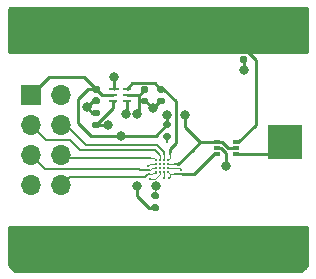
<source format=gtl>
G04 #@! TF.GenerationSoftware,KiCad,Pcbnew,(5.1.10)-1*
G04 #@! TF.CreationDate,2021-12-08T09:06:10-05:00*
G04 #@! TF.ProjectId,WS2812_Driver,57533238-3132-45f4-9472-697665722e6b,rev?*
G04 #@! TF.SameCoordinates,Original*
G04 #@! TF.FileFunction,Copper,L1,Top*
G04 #@! TF.FilePolarity,Positive*
%FSLAX46Y46*%
G04 Gerber Fmt 4.6, Leading zero omitted, Abs format (unit mm)*
G04 Created by KiCad (PCBNEW (5.1.10)-1) date 2021-12-08 09:06:10*
%MOMM*%
%LPD*%
G01*
G04 APERTURE LIST*
G04 #@! TA.AperFunction,ComponentPad*
%ADD10O,1.700000X1.700000*%
G04 #@! TD*
G04 #@! TA.AperFunction,ComponentPad*
%ADD11R,1.700000X1.700000*%
G04 #@! TD*
G04 #@! TA.AperFunction,SMDPad,CuDef*
%ADD12C,0.200000*%
G04 #@! TD*
G04 #@! TA.AperFunction,SMDPad,CuDef*
%ADD13R,0.750000X0.280000*%
G04 #@! TD*
G04 #@! TA.AperFunction,SMDPad,CuDef*
%ADD14R,0.850000X0.280000*%
G04 #@! TD*
G04 #@! TA.AperFunction,SMDPad,CuDef*
%ADD15R,0.503200X0.300000*%
G04 #@! TD*
G04 #@! TA.AperFunction,ComponentPad*
%ADD16R,3.000000X3.000000*%
G04 #@! TD*
G04 #@! TA.AperFunction,ViaPad*
%ADD17C,0.800000*%
G04 #@! TD*
G04 #@! TA.AperFunction,ViaPad*
%ADD18C,0.200000*%
G04 #@! TD*
G04 #@! TA.AperFunction,Conductor*
%ADD19C,0.250000*%
G04 #@! TD*
G04 #@! TA.AperFunction,Conductor*
%ADD20C,0.101600*%
G04 #@! TD*
G04 #@! TA.AperFunction,Conductor*
%ADD21C,0.150000*%
G04 #@! TD*
G04 #@! TA.AperFunction,Conductor*
%ADD22C,0.254000*%
G04 #@! TD*
G04 APERTURE END LIST*
D10*
X82220000Y-99590000D03*
X79680000Y-99590000D03*
X82220000Y-97050000D03*
X79680000Y-97050000D03*
X82220000Y-94510000D03*
X79680000Y-94510000D03*
X82220000Y-91970000D03*
D11*
X79680000Y-91970000D03*
D12*
X90255000Y-98500000D03*
X90605000Y-98500000D03*
X90955000Y-98500000D03*
X91305000Y-98500000D03*
X90255000Y-98150000D03*
X90255000Y-97800000D03*
X90255000Y-97450000D03*
X90605000Y-98150000D03*
X90605000Y-97800000D03*
X90605000Y-97450000D03*
X90955000Y-98150000D03*
X90955000Y-97800000D03*
X90955000Y-97450000D03*
X91305000Y-98150000D03*
X91305000Y-97800000D03*
X91305000Y-97450000D03*
D13*
X87755000Y-91470000D03*
X87755000Y-91970000D03*
X87755000Y-92470000D03*
X86605000Y-92470000D03*
X86605000Y-91970000D03*
D14*
X86655000Y-91470000D03*
D15*
X95378399Y-95970001D03*
X95378399Y-96470000D03*
X95378399Y-96969999D03*
X96981601Y-96969999D03*
X96981601Y-96470000D03*
X96981601Y-95970001D03*
G04 #@! TA.AperFunction,SMDPad,CuDef*
G36*
G01*
X91365000Y-94720000D02*
X90995000Y-94720000D01*
G75*
G02*
X90860000Y-94585000I0J135000D01*
G01*
X90860000Y-94315000D01*
G75*
G02*
X90995000Y-94180000I135000J0D01*
G01*
X91365000Y-94180000D01*
G75*
G02*
X91500000Y-94315000I0J-135000D01*
G01*
X91500000Y-94585000D01*
G75*
G02*
X91365000Y-94720000I-135000J0D01*
G01*
G37*
G04 #@! TD.AperFunction*
G04 #@! TA.AperFunction,SMDPad,CuDef*
G36*
G01*
X91365000Y-95740000D02*
X90995000Y-95740000D01*
G75*
G02*
X90860000Y-95605000I0J135000D01*
G01*
X90860000Y-95335000D01*
G75*
G02*
X90995000Y-95200000I135000J0D01*
G01*
X91365000Y-95200000D01*
G75*
G02*
X91500000Y-95335000I0J-135000D01*
G01*
X91500000Y-95605000D01*
G75*
G02*
X91365000Y-95740000I-135000J0D01*
G01*
G37*
G04 #@! TD.AperFunction*
G04 #@! TA.AperFunction,SMDPad,CuDef*
G36*
G01*
X89995000Y-101220000D02*
X90365000Y-101220000D01*
G75*
G02*
X90500000Y-101355000I0J-135000D01*
G01*
X90500000Y-101625000D01*
G75*
G02*
X90365000Y-101760000I-135000J0D01*
G01*
X89995000Y-101760000D01*
G75*
G02*
X89860000Y-101625000I0J135000D01*
G01*
X89860000Y-101355000D01*
G75*
G02*
X89995000Y-101220000I135000J0D01*
G01*
G37*
G04 #@! TD.AperFunction*
G04 #@! TA.AperFunction,SMDPad,CuDef*
G36*
G01*
X89995000Y-100200000D02*
X90365000Y-100200000D01*
G75*
G02*
X90500000Y-100335000I0J-135000D01*
G01*
X90500000Y-100605000D01*
G75*
G02*
X90365000Y-100740000I-135000J0D01*
G01*
X89995000Y-100740000D01*
G75*
G02*
X89860000Y-100605000I0J135000D01*
G01*
X89860000Y-100335000D01*
G75*
G02*
X89995000Y-100200000I135000J0D01*
G01*
G37*
G04 #@! TD.AperFunction*
G04 #@! TA.AperFunction,SMDPad,CuDef*
G36*
G01*
X85365000Y-93730000D02*
X84995000Y-93730000D01*
G75*
G02*
X84860000Y-93595000I0J135000D01*
G01*
X84860000Y-93325000D01*
G75*
G02*
X84995000Y-93190000I135000J0D01*
G01*
X85365000Y-93190000D01*
G75*
G02*
X85500000Y-93325000I0J-135000D01*
G01*
X85500000Y-93595000D01*
G75*
G02*
X85365000Y-93730000I-135000J0D01*
G01*
G37*
G04 #@! TD.AperFunction*
G04 #@! TA.AperFunction,SMDPad,CuDef*
G36*
G01*
X85365000Y-94750000D02*
X84995000Y-94750000D01*
G75*
G02*
X84860000Y-94615000I0J135000D01*
G01*
X84860000Y-94345000D01*
G75*
G02*
X84995000Y-94210000I135000J0D01*
G01*
X85365000Y-94210000D01*
G75*
G02*
X85500000Y-94345000I0J-135000D01*
G01*
X85500000Y-94615000D01*
G75*
G02*
X85365000Y-94750000I-135000J0D01*
G01*
G37*
G04 #@! TD.AperFunction*
D16*
X101180000Y-104970000D03*
X101180000Y-95970000D03*
X101180000Y-86470000D03*
X79680000Y-104970000D03*
X79680000Y-86470000D03*
G04 #@! TA.AperFunction,SMDPad,CuDef*
G36*
G01*
X89110000Y-92170000D02*
X89450000Y-92170000D01*
G75*
G02*
X89590000Y-92310000I0J-140000D01*
G01*
X89590000Y-92590000D01*
G75*
G02*
X89450000Y-92730000I-140000J0D01*
G01*
X89110000Y-92730000D01*
G75*
G02*
X88970000Y-92590000I0J140000D01*
G01*
X88970000Y-92310000D01*
G75*
G02*
X89110000Y-92170000I140000J0D01*
G01*
G37*
G04 #@! TD.AperFunction*
G04 #@! TA.AperFunction,SMDPad,CuDef*
G36*
G01*
X89110000Y-91210000D02*
X89450000Y-91210000D01*
G75*
G02*
X89590000Y-91350000I0J-140000D01*
G01*
X89590000Y-91630000D01*
G75*
G02*
X89450000Y-91770000I-140000J0D01*
G01*
X89110000Y-91770000D01*
G75*
G02*
X88970000Y-91630000I0J140000D01*
G01*
X88970000Y-91350000D01*
G75*
G02*
X89110000Y-91210000I140000J0D01*
G01*
G37*
G04 #@! TD.AperFunction*
G04 #@! TA.AperFunction,SMDPad,CuDef*
G36*
G01*
X90510000Y-92170000D02*
X90850000Y-92170000D01*
G75*
G02*
X90990000Y-92310000I0J-140000D01*
G01*
X90990000Y-92590000D01*
G75*
G02*
X90850000Y-92730000I-140000J0D01*
G01*
X90510000Y-92730000D01*
G75*
G02*
X90370000Y-92590000I0J140000D01*
G01*
X90370000Y-92310000D01*
G75*
G02*
X90510000Y-92170000I140000J0D01*
G01*
G37*
G04 #@! TD.AperFunction*
G04 #@! TA.AperFunction,SMDPad,CuDef*
G36*
G01*
X90510000Y-91210000D02*
X90850000Y-91210000D01*
G75*
G02*
X90990000Y-91350000I0J-140000D01*
G01*
X90990000Y-91630000D01*
G75*
G02*
X90850000Y-91770000I-140000J0D01*
G01*
X90510000Y-91770000D01*
G75*
G02*
X90370000Y-91630000I0J140000D01*
G01*
X90370000Y-91350000D01*
G75*
G02*
X90510000Y-91210000I140000J0D01*
G01*
G37*
G04 #@! TD.AperFunction*
G04 #@! TA.AperFunction,SMDPad,CuDef*
G36*
G01*
X97510000Y-88670000D02*
X97850000Y-88670000D01*
G75*
G02*
X97990000Y-88810000I0J-140000D01*
G01*
X97990000Y-89090000D01*
G75*
G02*
X97850000Y-89230000I-140000J0D01*
G01*
X97510000Y-89230000D01*
G75*
G02*
X97370000Y-89090000I0J140000D01*
G01*
X97370000Y-88810000D01*
G75*
G02*
X97510000Y-88670000I140000J0D01*
G01*
G37*
G04 #@! TD.AperFunction*
G04 #@! TA.AperFunction,SMDPad,CuDef*
G36*
G01*
X97510000Y-87710000D02*
X97850000Y-87710000D01*
G75*
G02*
X97990000Y-87850000I0J-140000D01*
G01*
X97990000Y-88130000D01*
G75*
G02*
X97850000Y-88270000I-140000J0D01*
G01*
X97510000Y-88270000D01*
G75*
G02*
X97370000Y-88130000I0J140000D01*
G01*
X97370000Y-87850000D01*
G75*
G02*
X97510000Y-87710000I140000J0D01*
G01*
G37*
G04 #@! TD.AperFunction*
G04 #@! TA.AperFunction,SMDPad,CuDef*
G36*
G01*
X85010000Y-92150000D02*
X85350000Y-92150000D01*
G75*
G02*
X85490000Y-92290000I0J-140000D01*
G01*
X85490000Y-92570000D01*
G75*
G02*
X85350000Y-92710000I-140000J0D01*
G01*
X85010000Y-92710000D01*
G75*
G02*
X84870000Y-92570000I0J140000D01*
G01*
X84870000Y-92290000D01*
G75*
G02*
X85010000Y-92150000I140000J0D01*
G01*
G37*
G04 #@! TD.AperFunction*
G04 #@! TA.AperFunction,SMDPad,CuDef*
G36*
G01*
X85010000Y-91190000D02*
X85350000Y-91190000D01*
G75*
G02*
X85490000Y-91330000I0J-140000D01*
G01*
X85490000Y-91610000D01*
G75*
G02*
X85350000Y-91750000I-140000J0D01*
G01*
X85010000Y-91750000D01*
G75*
G02*
X84870000Y-91610000I0J140000D01*
G01*
X84870000Y-91330000D01*
G75*
G02*
X85010000Y-91190000I140000J0D01*
G01*
G37*
G04 #@! TD.AperFunction*
D17*
X96180000Y-97970000D03*
X84380000Y-92970000D03*
X89980000Y-93070000D03*
X87680000Y-93570000D03*
X97680000Y-89870000D03*
D18*
X89580000Y-97970000D03*
X89750000Y-99085000D03*
D17*
X87260000Y-95410000D03*
X91180000Y-93670000D03*
X88680006Y-99670000D03*
X92680000Y-93670000D03*
X88680000Y-93570000D03*
D18*
X90605000Y-97800000D03*
X90960000Y-98150000D03*
X92380000Y-98270000D03*
X90955000Y-98965000D03*
X91380000Y-98970000D03*
D17*
X86680000Y-90470000D03*
X86180000Y-94470000D03*
X90240000Y-99680000D03*
D18*
X90605000Y-98150000D03*
X91180000Y-95970000D03*
X90960000Y-97800000D03*
D19*
X96180000Y-96870000D02*
X96180000Y-97970000D01*
X95780000Y-96470000D02*
X96180000Y-96870000D01*
X95378399Y-96470000D02*
X95780000Y-96470000D01*
X84920000Y-92430000D02*
X84380000Y-92970000D01*
X85180000Y-92430000D02*
X84920000Y-92430000D01*
X84870000Y-93460000D02*
X85180000Y-93460000D01*
X84380000Y-92970000D02*
X84870000Y-93460000D01*
X89360000Y-92450000D02*
X89980000Y-93070000D01*
X89280000Y-92450000D02*
X89360000Y-92450000D01*
X90600000Y-92450000D02*
X89980000Y-93070000D01*
X90680000Y-92450000D02*
X90600000Y-92450000D01*
X87755000Y-93495000D02*
X87680000Y-93570000D01*
X87755000Y-92470000D02*
X87755000Y-93495000D01*
X97680000Y-88950000D02*
X97680000Y-89870000D01*
D20*
X89750000Y-97800000D02*
X89580000Y-97970000D01*
X90255000Y-97800000D02*
X89750000Y-97800000D01*
X89580000Y-97970000D02*
X89580000Y-97970000D01*
X90190000Y-99085000D02*
X89750000Y-99085000D01*
X90605000Y-98670000D02*
X90190000Y-99085000D01*
X90605000Y-98500000D02*
X90605000Y-98670000D01*
X91305000Y-97800000D02*
X91770000Y-97800000D01*
D19*
X85680000Y-91970000D02*
X85180000Y-91470000D01*
X86605000Y-91970000D02*
X85680000Y-91970000D01*
X81180000Y-90470000D02*
X79680000Y-91970000D01*
X84180000Y-90470000D02*
X81180000Y-90470000D01*
X85180000Y-91470000D02*
X84180000Y-90470000D01*
X90240000Y-95390000D02*
X91180000Y-94450000D01*
X87280000Y-95390000D02*
X87260000Y-95410000D01*
X87280000Y-95390000D02*
X90240000Y-95390000D01*
X95880001Y-95970001D02*
X95378399Y-95970001D01*
X96380000Y-96470000D02*
X95880001Y-95970001D01*
X96981601Y-96470000D02*
X96380000Y-96470000D01*
X91180000Y-94450000D02*
X91180000Y-93670000D01*
X93979999Y-95970001D02*
X95378399Y-95970001D01*
X93380000Y-96570000D02*
X93979999Y-95970001D01*
X93380000Y-96570000D02*
X92150000Y-97800000D01*
X83680000Y-94330000D02*
X84740000Y-95390000D01*
X83680000Y-92270000D02*
X83680000Y-94330000D01*
X84480000Y-91470000D02*
X83680000Y-92270000D01*
X84740000Y-95390000D02*
X87280000Y-95390000D01*
X85180000Y-91470000D02*
X84480000Y-91470000D01*
X88680006Y-100480006D02*
X88680006Y-99670000D01*
X89690000Y-101490000D02*
X88680006Y-100480006D01*
X90180000Y-101490000D02*
X89690000Y-101490000D01*
X92680000Y-94670002D02*
X93979999Y-95970001D01*
X92680000Y-93670000D02*
X92680000Y-94670002D01*
D21*
X92000000Y-97800000D02*
X91770000Y-97800000D01*
D19*
X92150000Y-97800000D02*
X92000000Y-97800000D01*
X96981601Y-95970001D02*
X97179999Y-95970001D01*
X97179999Y-95970001D02*
X98680000Y-94470000D01*
X98680000Y-88990000D02*
X97680000Y-87990000D01*
X98680000Y-94470000D02*
X98680000Y-88990000D01*
D20*
X91470000Y-97285000D02*
X91470000Y-96960000D01*
X91305000Y-97450000D02*
X91470000Y-97285000D01*
D19*
X90160000Y-90970000D02*
X90680000Y-91490000D01*
X88255000Y-90970000D02*
X90160000Y-90970000D01*
X87755000Y-91470000D02*
X88255000Y-90970000D01*
X90680000Y-91490000D02*
X90910000Y-91490000D01*
X90910000Y-91490000D02*
X91910000Y-92490000D01*
X91910000Y-92490000D02*
X91910000Y-96060000D01*
X91910000Y-96060000D02*
X91470000Y-96500000D01*
D21*
X91470000Y-96805000D02*
X91470000Y-96960000D01*
D19*
X91470000Y-96500000D02*
X91470000Y-96805000D01*
X89160000Y-91470000D02*
X89180000Y-91490000D01*
D20*
X90605000Y-97800000D02*
X90605000Y-97800000D01*
D19*
X88800000Y-91970000D02*
X89280000Y-91490000D01*
X87755000Y-91970000D02*
X88800000Y-91970000D01*
X88800000Y-93450000D02*
X88680000Y-93570000D01*
X88800000Y-91970000D02*
X88800000Y-93450000D01*
D20*
X90605000Y-97800000D02*
X90600000Y-97800000D01*
D19*
X100180001Y-96969999D02*
X101180000Y-95970000D01*
X96981601Y-96969999D02*
X100180001Y-96969999D01*
D20*
X89900000Y-98150000D02*
X89730000Y-98320000D01*
X90255000Y-98150000D02*
X89900000Y-98150000D01*
D21*
X88935000Y-98320000D02*
X89730000Y-98320000D01*
X88875000Y-98260000D02*
X88935000Y-98320000D01*
X80890000Y-98260000D02*
X88875000Y-98260000D01*
X79680000Y-97050000D02*
X80890000Y-98260000D01*
D20*
X89895000Y-98670000D02*
X89780000Y-98670000D01*
X90220000Y-98535000D02*
X90030000Y-98535000D01*
X90030000Y-98535000D02*
X89895000Y-98670000D01*
X90255000Y-98500000D02*
X90220000Y-98535000D01*
D21*
X82930000Y-98880000D02*
X82220000Y-99590000D01*
X89325000Y-98880000D02*
X82930000Y-98880000D01*
X89535000Y-98670000D02*
X89325000Y-98880000D01*
X89780000Y-98670000D02*
X89535000Y-98670000D01*
D20*
X90955000Y-97450000D02*
X90955000Y-96985000D01*
D21*
X84330000Y-96170000D02*
X82670000Y-94510000D01*
X90350000Y-96170000D02*
X84330000Y-96170000D01*
X90955000Y-96775000D02*
X90350000Y-96170000D01*
X82670000Y-94510000D02*
X82220000Y-94510000D01*
X90955000Y-96985000D02*
X90955000Y-96775000D01*
D20*
X90080000Y-97280000D02*
X89790000Y-97280000D01*
X90250000Y-97450000D02*
X90080000Y-97280000D01*
X90255000Y-97450000D02*
X90250000Y-97450000D01*
D21*
X82450000Y-97280000D02*
X82220000Y-97050000D01*
X89790000Y-97280000D02*
X82450000Y-97280000D01*
D20*
X90605000Y-97095000D02*
X90485000Y-96975000D01*
X90605000Y-97450000D02*
X90605000Y-97095000D01*
D21*
X80940000Y-95770000D02*
X79680000Y-94510000D01*
X82980000Y-95770000D02*
X80940000Y-95770000D01*
X83850000Y-96640000D02*
X82980000Y-95770000D01*
X90150000Y-96640000D02*
X83850000Y-96640000D01*
X90485000Y-96975000D02*
X90150000Y-96640000D01*
D20*
X90955000Y-98150000D02*
X90960000Y-98150000D01*
X90960000Y-98150000D02*
X90960000Y-98150000D01*
X92260000Y-98150000D02*
X92380000Y-98270000D01*
X91305000Y-98150000D02*
X92260000Y-98150000D01*
X90955000Y-98500000D02*
X90955000Y-98965000D01*
X91465000Y-98660000D02*
X91800000Y-98660000D01*
X91305000Y-98500000D02*
X91465000Y-98660000D01*
D19*
X95378399Y-96969999D02*
X95180001Y-96969999D01*
X95180001Y-96969999D02*
X93490000Y-98660000D01*
X93490000Y-98660000D02*
X92490000Y-98660000D01*
D20*
X91465000Y-98885000D02*
X91380000Y-98970000D01*
X91465000Y-98660000D02*
X91465000Y-98885000D01*
D21*
X92490000Y-98660000D02*
X91800000Y-98660000D01*
D19*
X86605000Y-93055000D02*
X86605000Y-92470000D01*
X85180000Y-94480000D02*
X86605000Y-93055000D01*
X86655000Y-90495000D02*
X86680000Y-90470000D01*
X86655000Y-91470000D02*
X86655000Y-90495000D01*
X86680000Y-92545000D02*
X86605000Y-92470000D01*
X85180000Y-94480000D02*
X86170000Y-94480000D01*
X86170000Y-94480000D02*
X86180000Y-94470000D01*
D20*
X90605000Y-98150000D02*
X90605000Y-98150000D01*
X90180000Y-99740000D02*
X90240000Y-99680000D01*
X90180000Y-100470000D02*
X90180000Y-99740000D01*
X90605000Y-98150000D02*
X90605000Y-98155000D01*
X90955000Y-97800000D02*
X90960000Y-97800000D01*
D21*
X91180000Y-95970000D02*
X91180000Y-95470000D01*
D20*
X90960000Y-97800000D02*
X90960000Y-97800000D01*
D22*
X103053000Y-106353182D02*
X102838150Y-106616613D01*
X102564497Y-106843000D01*
X78296818Y-106843000D01*
X78033387Y-106628150D01*
X77807000Y-106354497D01*
X77807000Y-103097000D01*
X103053000Y-103097000D01*
X103053000Y-106353182D01*
G04 #@! TA.AperFunction,Conductor*
D21*
G36*
X103053000Y-106353182D02*
G01*
X102838150Y-106616613D01*
X102564497Y-106843000D01*
X78296818Y-106843000D01*
X78033387Y-106628150D01*
X77807000Y-106354497D01*
X77807000Y-103097000D01*
X103053000Y-103097000D01*
X103053000Y-106353182D01*
G37*
G04 #@! TD.AperFunction*
D22*
X103009282Y-84627904D02*
X103053000Y-84680750D01*
X103053000Y-88343000D01*
X98071614Y-88343000D01*
X98048545Y-88330669D01*
X97951218Y-88301145D01*
X97850000Y-88291176D01*
X97510000Y-88291176D01*
X97408782Y-88301145D01*
X97311455Y-88330669D01*
X97288386Y-88343000D01*
X77807000Y-88343000D01*
X77807000Y-84678610D01*
X77837904Y-84640718D01*
X77890750Y-84597000D01*
X102971390Y-84597000D01*
X103009282Y-84627904D01*
G04 #@! TA.AperFunction,Conductor*
D21*
G36*
X103009282Y-84627904D02*
G01*
X103053000Y-84680750D01*
X103053000Y-88343000D01*
X98071614Y-88343000D01*
X98048545Y-88330669D01*
X97951218Y-88301145D01*
X97850000Y-88291176D01*
X97510000Y-88291176D01*
X97408782Y-88301145D01*
X97311455Y-88330669D01*
X97288386Y-88343000D01*
X77807000Y-88343000D01*
X77807000Y-84678610D01*
X77837904Y-84640718D01*
X77890750Y-84597000D01*
X102971390Y-84597000D01*
X103009282Y-84627904D01*
G37*
G04 #@! TD.AperFunction*
M02*

</source>
